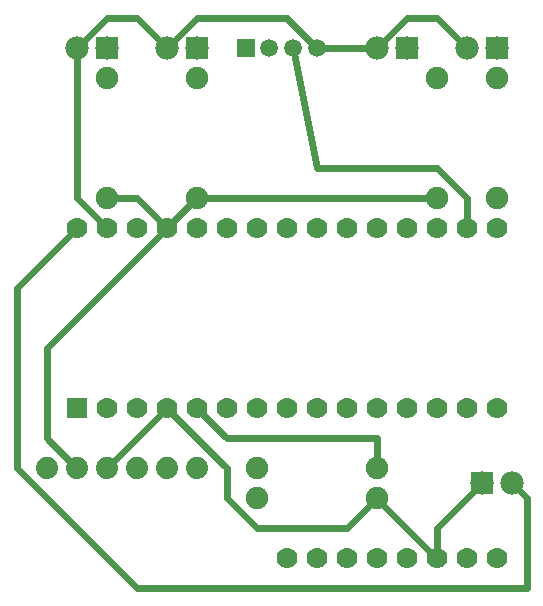
<source format=gbl>
G04 MADE WITH FRITZING*
G04 WWW.FRITZING.ORG*
G04 DOUBLE SIDED*
G04 HOLES PLATED*
G04 CONTOUR ON CENTER OF CONTOUR VECTOR*
%ASAXBY*%
%FSLAX23Y23*%
%MOIN*%
%OFA0B0*%
%SFA1.0B1.0*%
%ADD10C,0.075000*%
%ADD11C,0.078000*%
%ADD12C,0.074000*%
%ADD13C,0.070000*%
%ADD14C,0.059200*%
%ADD15R,0.078000X0.078000*%
%ADD16R,0.070000X0.069972*%
%ADD17R,0.059200X0.059200*%
%ADD18C,0.024000*%
%LNCOPPER0*%
G90*
G70*
G54D10*
X1288Y1758D03*
X888Y1758D03*
X688Y3058D03*
X688Y2658D03*
G54D11*
X1638Y1708D03*
X1738Y1708D03*
G54D10*
X1288Y1658D03*
X888Y1658D03*
G54D12*
X188Y1758D03*
X288Y1758D03*
X388Y1758D03*
X488Y1758D03*
X588Y1758D03*
X688Y1758D03*
G54D13*
X1088Y1458D03*
X1488Y1458D03*
X1688Y1458D03*
X1288Y1458D03*
X1588Y1458D03*
X1388Y1458D03*
X1188Y1458D03*
X988Y1458D03*
G54D10*
X388Y3058D03*
X388Y2658D03*
G54D13*
X288Y1958D03*
X388Y1958D03*
X488Y1958D03*
X588Y1958D03*
X688Y1958D03*
X788Y1958D03*
X888Y1958D03*
X988Y1958D03*
X1088Y1958D03*
X1188Y1958D03*
X1288Y1958D03*
X1388Y1958D03*
X1488Y1958D03*
X1588Y1958D03*
X1688Y1958D03*
X288Y2558D03*
X388Y2558D03*
X488Y2558D03*
X588Y2558D03*
X688Y2558D03*
X788Y2558D03*
X888Y2558D03*
X988Y2558D03*
X1088Y2558D03*
X1188Y2558D03*
X1288Y2558D03*
X1388Y2558D03*
X1488Y2558D03*
X1588Y2558D03*
X1688Y2558D03*
G54D10*
X1488Y3058D03*
X1488Y2658D03*
X1688Y3058D03*
X1688Y2658D03*
G54D11*
X688Y3158D03*
X588Y3158D03*
G54D14*
X852Y3158D03*
X1088Y3158D03*
X1010Y3158D03*
X931Y3158D03*
G54D11*
X1388Y3158D03*
X1288Y3158D03*
X1688Y3158D03*
X1588Y3158D03*
X388Y3158D03*
X288Y3158D03*
G54D15*
X1638Y1708D03*
G54D16*
X288Y1958D03*
G54D15*
X688Y3158D03*
G54D17*
X852Y3158D03*
G54D15*
X1388Y3158D03*
X1688Y3158D03*
X388Y3158D03*
G54D18*
X1488Y1558D02*
X1625Y1695D01*
D02*
X288Y2658D02*
X376Y2571D01*
D02*
X288Y3139D02*
X288Y2658D01*
D02*
X1488Y1478D02*
X1488Y1558D01*
D02*
X576Y1945D02*
X402Y1772D01*
D02*
X1488Y3258D02*
X1575Y3172D01*
D02*
X488Y2658D02*
X406Y2658D01*
D02*
X1388Y3258D02*
X1488Y3258D01*
D02*
X1302Y3172D02*
X1388Y3258D01*
D02*
X1269Y3158D02*
X1104Y3158D01*
D02*
X988Y3258D02*
X688Y3258D01*
D02*
X688Y3258D02*
X602Y3172D01*
D02*
X1077Y3169D02*
X988Y3258D01*
D02*
X388Y3258D02*
X302Y3172D01*
D02*
X575Y3172D02*
X488Y3258D01*
D02*
X488Y3258D02*
X388Y3258D01*
D02*
X888Y1558D02*
X1188Y1558D01*
D02*
X1288Y1858D02*
X788Y1858D01*
D02*
X788Y1858D02*
X701Y1945D01*
D02*
X1288Y1776D02*
X1288Y1858D01*
D02*
X188Y2158D02*
X188Y1858D01*
D02*
X188Y1858D02*
X274Y1772D01*
D02*
X576Y2545D02*
X188Y2158D01*
D02*
X706Y2658D02*
X1471Y2658D01*
D02*
X601Y2571D02*
X676Y2646D01*
D02*
X576Y2571D02*
X488Y2658D01*
D02*
X488Y1358D02*
X1788Y1358D01*
D02*
X1488Y2758D02*
X1588Y2658D01*
D02*
X1088Y2758D02*
X1488Y2758D01*
D02*
X1588Y2658D02*
X1588Y2576D01*
D02*
X1013Y3142D02*
X1088Y2758D01*
D02*
X1301Y1646D02*
X1474Y1472D01*
D02*
X1188Y1558D02*
X1276Y1646D01*
D02*
X788Y1658D02*
X888Y1558D01*
D02*
X788Y1758D02*
X788Y1658D01*
D02*
X601Y1945D02*
X788Y1758D01*
D02*
X1788Y1658D02*
X1752Y1695D01*
D02*
X1788Y1358D02*
X1788Y1658D01*
D02*
X88Y1758D02*
X488Y1358D01*
D02*
X88Y2358D02*
X88Y1758D01*
D02*
X276Y2545D02*
X88Y2358D01*
G04 End of Copper0*
M02*
</source>
